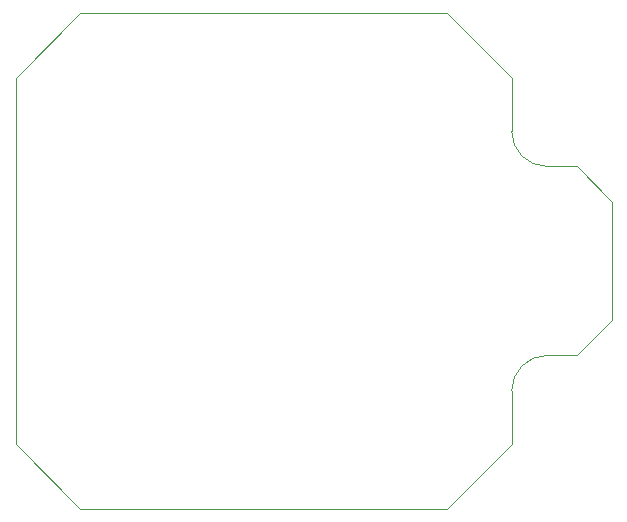
<source format=gbr>
%FSLAX34Y34*%
G04 Gerber Fmt 3.4, Leading zero omitted, Abs format*
G04 (created by PCBNEW (2014-03-19 BZR 4756)-product) date Sat 21 Jun 2014 18:27:49 BST*
%MOIN*%
G01*
G70*
G90*
G04 APERTURE LIST*
%ADD10C,0.005906*%
%ADD11C,0.003937*%
G04 APERTURE END LIST*
G54D10*
G54D11*
X70472Y-37795D02*
X70472Y-36023D01*
X70472Y-37795D02*
G75*
G03X71653Y-38976I1181J0D01*
G74*
G01*
X72637Y-38976D02*
X71653Y-38976D01*
X73818Y-40157D02*
X72637Y-38976D01*
X70472Y-48228D02*
X70472Y-46456D01*
X71653Y-45275D02*
X72637Y-45275D01*
X71653Y-45275D02*
G75*
G03X70472Y-46456I0J-1181D01*
G74*
G01*
X73818Y-44094D02*
X72637Y-45275D01*
X73818Y-44094D02*
X73818Y-40157D01*
X68307Y-33858D02*
X70472Y-36023D01*
X56102Y-33858D02*
X68307Y-33858D01*
X53937Y-36023D02*
X56102Y-33858D01*
X53937Y-48228D02*
X53937Y-36023D01*
X56102Y-50393D02*
X53937Y-48228D01*
X68307Y-50393D02*
X56102Y-50393D01*
X68307Y-50393D02*
X70472Y-48228D01*
M02*

</source>
